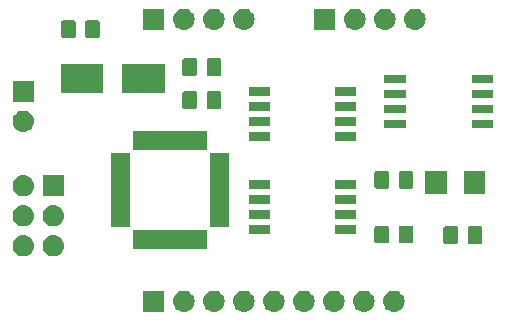
<source format=gts>
G04 #@! TF.GenerationSoftware,KiCad,Pcbnew,(5.1.4)-1*
G04 #@! TF.CreationDate,2019-09-21T23:44:47+03:00*
G04 #@! TF.ProjectId,Project_3_BACEE,50726f6a-6563-4745-9f33-5f4241434545,v1.0*
G04 #@! TF.SameCoordinates,Original*
G04 #@! TF.FileFunction,Soldermask,Top*
G04 #@! TF.FilePolarity,Negative*
%FSLAX46Y46*%
G04 Gerber Fmt 4.6, Leading zero omitted, Abs format (unit mm)*
G04 Created by KiCad (PCBNEW (5.1.4)-1) date 2019-09-21 23:44:47*
%MOMM*%
%LPD*%
G04 APERTURE LIST*
%ADD10C,0.100000*%
G04 APERTURE END LIST*
D10*
G36*
X144382442Y-110865518D02*
G01*
X144448627Y-110872037D01*
X144618466Y-110923557D01*
X144774991Y-111007222D01*
X144810729Y-111036552D01*
X144912186Y-111119814D01*
X144995448Y-111221271D01*
X145024778Y-111257009D01*
X145108443Y-111413534D01*
X145159963Y-111583373D01*
X145177359Y-111760000D01*
X145159963Y-111936627D01*
X145108443Y-112106466D01*
X145024778Y-112262991D01*
X144995448Y-112298729D01*
X144912186Y-112400186D01*
X144810729Y-112483448D01*
X144774991Y-112512778D01*
X144618466Y-112596443D01*
X144448627Y-112647963D01*
X144382442Y-112654482D01*
X144316260Y-112661000D01*
X144227740Y-112661000D01*
X144161558Y-112654482D01*
X144095373Y-112647963D01*
X143925534Y-112596443D01*
X143769009Y-112512778D01*
X143733271Y-112483448D01*
X143631814Y-112400186D01*
X143548552Y-112298729D01*
X143519222Y-112262991D01*
X143435557Y-112106466D01*
X143384037Y-111936627D01*
X143366641Y-111760000D01*
X143384037Y-111583373D01*
X143435557Y-111413534D01*
X143519222Y-111257009D01*
X143548552Y-111221271D01*
X143631814Y-111119814D01*
X143733271Y-111036552D01*
X143769009Y-111007222D01*
X143925534Y-110923557D01*
X144095373Y-110872037D01*
X144161558Y-110865518D01*
X144227740Y-110859000D01*
X144316260Y-110859000D01*
X144382442Y-110865518D01*
X144382442Y-110865518D01*
G37*
G36*
X141842442Y-110865518D02*
G01*
X141908627Y-110872037D01*
X142078466Y-110923557D01*
X142234991Y-111007222D01*
X142270729Y-111036552D01*
X142372186Y-111119814D01*
X142455448Y-111221271D01*
X142484778Y-111257009D01*
X142568443Y-111413534D01*
X142619963Y-111583373D01*
X142637359Y-111760000D01*
X142619963Y-111936627D01*
X142568443Y-112106466D01*
X142484778Y-112262991D01*
X142455448Y-112298729D01*
X142372186Y-112400186D01*
X142270729Y-112483448D01*
X142234991Y-112512778D01*
X142078466Y-112596443D01*
X141908627Y-112647963D01*
X141842442Y-112654482D01*
X141776260Y-112661000D01*
X141687740Y-112661000D01*
X141621558Y-112654482D01*
X141555373Y-112647963D01*
X141385534Y-112596443D01*
X141229009Y-112512778D01*
X141193271Y-112483448D01*
X141091814Y-112400186D01*
X141008552Y-112298729D01*
X140979222Y-112262991D01*
X140895557Y-112106466D01*
X140844037Y-111936627D01*
X140826641Y-111760000D01*
X140844037Y-111583373D01*
X140895557Y-111413534D01*
X140979222Y-111257009D01*
X141008552Y-111221271D01*
X141091814Y-111119814D01*
X141193271Y-111036552D01*
X141229009Y-111007222D01*
X141385534Y-110923557D01*
X141555373Y-110872037D01*
X141621558Y-110865518D01*
X141687740Y-110859000D01*
X141776260Y-110859000D01*
X141842442Y-110865518D01*
X141842442Y-110865518D01*
G37*
G36*
X124853000Y-112661000D02*
G01*
X123051000Y-112661000D01*
X123051000Y-110859000D01*
X124853000Y-110859000D01*
X124853000Y-112661000D01*
X124853000Y-112661000D01*
G37*
G36*
X126602442Y-110865518D02*
G01*
X126668627Y-110872037D01*
X126838466Y-110923557D01*
X126994991Y-111007222D01*
X127030729Y-111036552D01*
X127132186Y-111119814D01*
X127215448Y-111221271D01*
X127244778Y-111257009D01*
X127328443Y-111413534D01*
X127379963Y-111583373D01*
X127397359Y-111760000D01*
X127379963Y-111936627D01*
X127328443Y-112106466D01*
X127244778Y-112262991D01*
X127215448Y-112298729D01*
X127132186Y-112400186D01*
X127030729Y-112483448D01*
X126994991Y-112512778D01*
X126838466Y-112596443D01*
X126668627Y-112647963D01*
X126602442Y-112654482D01*
X126536260Y-112661000D01*
X126447740Y-112661000D01*
X126381558Y-112654482D01*
X126315373Y-112647963D01*
X126145534Y-112596443D01*
X125989009Y-112512778D01*
X125953271Y-112483448D01*
X125851814Y-112400186D01*
X125768552Y-112298729D01*
X125739222Y-112262991D01*
X125655557Y-112106466D01*
X125604037Y-111936627D01*
X125586641Y-111760000D01*
X125604037Y-111583373D01*
X125655557Y-111413534D01*
X125739222Y-111257009D01*
X125768552Y-111221271D01*
X125851814Y-111119814D01*
X125953271Y-111036552D01*
X125989009Y-111007222D01*
X126145534Y-110923557D01*
X126315373Y-110872037D01*
X126381558Y-110865518D01*
X126447740Y-110859000D01*
X126536260Y-110859000D01*
X126602442Y-110865518D01*
X126602442Y-110865518D01*
G37*
G36*
X129142442Y-110865518D02*
G01*
X129208627Y-110872037D01*
X129378466Y-110923557D01*
X129534991Y-111007222D01*
X129570729Y-111036552D01*
X129672186Y-111119814D01*
X129755448Y-111221271D01*
X129784778Y-111257009D01*
X129868443Y-111413534D01*
X129919963Y-111583373D01*
X129937359Y-111760000D01*
X129919963Y-111936627D01*
X129868443Y-112106466D01*
X129784778Y-112262991D01*
X129755448Y-112298729D01*
X129672186Y-112400186D01*
X129570729Y-112483448D01*
X129534991Y-112512778D01*
X129378466Y-112596443D01*
X129208627Y-112647963D01*
X129142442Y-112654482D01*
X129076260Y-112661000D01*
X128987740Y-112661000D01*
X128921558Y-112654482D01*
X128855373Y-112647963D01*
X128685534Y-112596443D01*
X128529009Y-112512778D01*
X128493271Y-112483448D01*
X128391814Y-112400186D01*
X128308552Y-112298729D01*
X128279222Y-112262991D01*
X128195557Y-112106466D01*
X128144037Y-111936627D01*
X128126641Y-111760000D01*
X128144037Y-111583373D01*
X128195557Y-111413534D01*
X128279222Y-111257009D01*
X128308552Y-111221271D01*
X128391814Y-111119814D01*
X128493271Y-111036552D01*
X128529009Y-111007222D01*
X128685534Y-110923557D01*
X128855373Y-110872037D01*
X128921558Y-110865518D01*
X128987740Y-110859000D01*
X129076260Y-110859000D01*
X129142442Y-110865518D01*
X129142442Y-110865518D01*
G37*
G36*
X134222442Y-110865518D02*
G01*
X134288627Y-110872037D01*
X134458466Y-110923557D01*
X134614991Y-111007222D01*
X134650729Y-111036552D01*
X134752186Y-111119814D01*
X134835448Y-111221271D01*
X134864778Y-111257009D01*
X134948443Y-111413534D01*
X134999963Y-111583373D01*
X135017359Y-111760000D01*
X134999963Y-111936627D01*
X134948443Y-112106466D01*
X134864778Y-112262991D01*
X134835448Y-112298729D01*
X134752186Y-112400186D01*
X134650729Y-112483448D01*
X134614991Y-112512778D01*
X134458466Y-112596443D01*
X134288627Y-112647963D01*
X134222442Y-112654482D01*
X134156260Y-112661000D01*
X134067740Y-112661000D01*
X134001558Y-112654482D01*
X133935373Y-112647963D01*
X133765534Y-112596443D01*
X133609009Y-112512778D01*
X133573271Y-112483448D01*
X133471814Y-112400186D01*
X133388552Y-112298729D01*
X133359222Y-112262991D01*
X133275557Y-112106466D01*
X133224037Y-111936627D01*
X133206641Y-111760000D01*
X133224037Y-111583373D01*
X133275557Y-111413534D01*
X133359222Y-111257009D01*
X133388552Y-111221271D01*
X133471814Y-111119814D01*
X133573271Y-111036552D01*
X133609009Y-111007222D01*
X133765534Y-110923557D01*
X133935373Y-110872037D01*
X134001558Y-110865518D01*
X134067740Y-110859000D01*
X134156260Y-110859000D01*
X134222442Y-110865518D01*
X134222442Y-110865518D01*
G37*
G36*
X136762442Y-110865518D02*
G01*
X136828627Y-110872037D01*
X136998466Y-110923557D01*
X137154991Y-111007222D01*
X137190729Y-111036552D01*
X137292186Y-111119814D01*
X137375448Y-111221271D01*
X137404778Y-111257009D01*
X137488443Y-111413534D01*
X137539963Y-111583373D01*
X137557359Y-111760000D01*
X137539963Y-111936627D01*
X137488443Y-112106466D01*
X137404778Y-112262991D01*
X137375448Y-112298729D01*
X137292186Y-112400186D01*
X137190729Y-112483448D01*
X137154991Y-112512778D01*
X136998466Y-112596443D01*
X136828627Y-112647963D01*
X136762442Y-112654482D01*
X136696260Y-112661000D01*
X136607740Y-112661000D01*
X136541558Y-112654482D01*
X136475373Y-112647963D01*
X136305534Y-112596443D01*
X136149009Y-112512778D01*
X136113271Y-112483448D01*
X136011814Y-112400186D01*
X135928552Y-112298729D01*
X135899222Y-112262991D01*
X135815557Y-112106466D01*
X135764037Y-111936627D01*
X135746641Y-111760000D01*
X135764037Y-111583373D01*
X135815557Y-111413534D01*
X135899222Y-111257009D01*
X135928552Y-111221271D01*
X136011814Y-111119814D01*
X136113271Y-111036552D01*
X136149009Y-111007222D01*
X136305534Y-110923557D01*
X136475373Y-110872037D01*
X136541558Y-110865518D01*
X136607740Y-110859000D01*
X136696260Y-110859000D01*
X136762442Y-110865518D01*
X136762442Y-110865518D01*
G37*
G36*
X139302442Y-110865518D02*
G01*
X139368627Y-110872037D01*
X139538466Y-110923557D01*
X139694991Y-111007222D01*
X139730729Y-111036552D01*
X139832186Y-111119814D01*
X139915448Y-111221271D01*
X139944778Y-111257009D01*
X140028443Y-111413534D01*
X140079963Y-111583373D01*
X140097359Y-111760000D01*
X140079963Y-111936627D01*
X140028443Y-112106466D01*
X139944778Y-112262991D01*
X139915448Y-112298729D01*
X139832186Y-112400186D01*
X139730729Y-112483448D01*
X139694991Y-112512778D01*
X139538466Y-112596443D01*
X139368627Y-112647963D01*
X139302442Y-112654482D01*
X139236260Y-112661000D01*
X139147740Y-112661000D01*
X139081558Y-112654482D01*
X139015373Y-112647963D01*
X138845534Y-112596443D01*
X138689009Y-112512778D01*
X138653271Y-112483448D01*
X138551814Y-112400186D01*
X138468552Y-112298729D01*
X138439222Y-112262991D01*
X138355557Y-112106466D01*
X138304037Y-111936627D01*
X138286641Y-111760000D01*
X138304037Y-111583373D01*
X138355557Y-111413534D01*
X138439222Y-111257009D01*
X138468552Y-111221271D01*
X138551814Y-111119814D01*
X138653271Y-111036552D01*
X138689009Y-111007222D01*
X138845534Y-110923557D01*
X139015373Y-110872037D01*
X139081558Y-110865518D01*
X139147740Y-110859000D01*
X139236260Y-110859000D01*
X139302442Y-110865518D01*
X139302442Y-110865518D01*
G37*
G36*
X131682442Y-110865518D02*
G01*
X131748627Y-110872037D01*
X131918466Y-110923557D01*
X132074991Y-111007222D01*
X132110729Y-111036552D01*
X132212186Y-111119814D01*
X132295448Y-111221271D01*
X132324778Y-111257009D01*
X132408443Y-111413534D01*
X132459963Y-111583373D01*
X132477359Y-111760000D01*
X132459963Y-111936627D01*
X132408443Y-112106466D01*
X132324778Y-112262991D01*
X132295448Y-112298729D01*
X132212186Y-112400186D01*
X132110729Y-112483448D01*
X132074991Y-112512778D01*
X131918466Y-112596443D01*
X131748627Y-112647963D01*
X131682442Y-112654482D01*
X131616260Y-112661000D01*
X131527740Y-112661000D01*
X131461558Y-112654482D01*
X131395373Y-112647963D01*
X131225534Y-112596443D01*
X131069009Y-112512778D01*
X131033271Y-112483448D01*
X130931814Y-112400186D01*
X130848552Y-112298729D01*
X130819222Y-112262991D01*
X130735557Y-112106466D01*
X130684037Y-111936627D01*
X130666641Y-111760000D01*
X130684037Y-111583373D01*
X130735557Y-111413534D01*
X130819222Y-111257009D01*
X130848552Y-111221271D01*
X130931814Y-111119814D01*
X131033271Y-111036552D01*
X131069009Y-111007222D01*
X131225534Y-110923557D01*
X131395373Y-110872037D01*
X131461558Y-110865518D01*
X131527740Y-110859000D01*
X131616260Y-110859000D01*
X131682442Y-110865518D01*
X131682442Y-110865518D01*
G37*
G36*
X115553442Y-106166518D02*
G01*
X115619627Y-106173037D01*
X115789466Y-106224557D01*
X115945991Y-106308222D01*
X115981729Y-106337552D01*
X116083186Y-106420814D01*
X116166448Y-106522271D01*
X116195778Y-106558009D01*
X116279443Y-106714534D01*
X116330963Y-106884373D01*
X116348359Y-107061000D01*
X116330963Y-107237627D01*
X116279443Y-107407466D01*
X116195778Y-107563991D01*
X116166448Y-107599729D01*
X116083186Y-107701186D01*
X115981729Y-107784448D01*
X115945991Y-107813778D01*
X115789466Y-107897443D01*
X115619627Y-107948963D01*
X115553443Y-107955481D01*
X115487260Y-107962000D01*
X115398740Y-107962000D01*
X115332557Y-107955481D01*
X115266373Y-107948963D01*
X115096534Y-107897443D01*
X114940009Y-107813778D01*
X114904271Y-107784448D01*
X114802814Y-107701186D01*
X114719552Y-107599729D01*
X114690222Y-107563991D01*
X114606557Y-107407466D01*
X114555037Y-107237627D01*
X114537641Y-107061000D01*
X114555037Y-106884373D01*
X114606557Y-106714534D01*
X114690222Y-106558009D01*
X114719552Y-106522271D01*
X114802814Y-106420814D01*
X114904271Y-106337552D01*
X114940009Y-106308222D01*
X115096534Y-106224557D01*
X115266373Y-106173037D01*
X115332558Y-106166518D01*
X115398740Y-106160000D01*
X115487260Y-106160000D01*
X115553442Y-106166518D01*
X115553442Y-106166518D01*
G37*
G36*
X113013442Y-106166518D02*
G01*
X113079627Y-106173037D01*
X113249466Y-106224557D01*
X113405991Y-106308222D01*
X113441729Y-106337552D01*
X113543186Y-106420814D01*
X113626448Y-106522271D01*
X113655778Y-106558009D01*
X113739443Y-106714534D01*
X113790963Y-106884373D01*
X113808359Y-107061000D01*
X113790963Y-107237627D01*
X113739443Y-107407466D01*
X113655778Y-107563991D01*
X113626448Y-107599729D01*
X113543186Y-107701186D01*
X113441729Y-107784448D01*
X113405991Y-107813778D01*
X113249466Y-107897443D01*
X113079627Y-107948963D01*
X113013443Y-107955481D01*
X112947260Y-107962000D01*
X112858740Y-107962000D01*
X112792557Y-107955481D01*
X112726373Y-107948963D01*
X112556534Y-107897443D01*
X112400009Y-107813778D01*
X112364271Y-107784448D01*
X112262814Y-107701186D01*
X112179552Y-107599729D01*
X112150222Y-107563991D01*
X112066557Y-107407466D01*
X112015037Y-107237627D01*
X111997641Y-107061000D01*
X112015037Y-106884373D01*
X112066557Y-106714534D01*
X112150222Y-106558009D01*
X112179552Y-106522271D01*
X112262814Y-106420814D01*
X112364271Y-106337552D01*
X112400009Y-106308222D01*
X112556534Y-106224557D01*
X112726373Y-106173037D01*
X112792558Y-106166518D01*
X112858740Y-106160000D01*
X112947260Y-106160000D01*
X113013442Y-106166518D01*
X113013442Y-106166518D01*
G37*
G36*
X128475000Y-107363000D02*
G01*
X122223000Y-107363000D01*
X122223000Y-105761000D01*
X128475000Y-105761000D01*
X128475000Y-107363000D01*
X128475000Y-107363000D01*
G37*
G36*
X151602674Y-105425465D02*
G01*
X151640367Y-105436899D01*
X151675103Y-105455466D01*
X151705548Y-105480452D01*
X151730534Y-105510897D01*
X151749101Y-105545633D01*
X151760535Y-105583326D01*
X151765000Y-105628661D01*
X151765000Y-106715339D01*
X151760535Y-106760674D01*
X151749101Y-106798367D01*
X151730534Y-106833103D01*
X151705548Y-106863548D01*
X151675103Y-106888534D01*
X151640367Y-106907101D01*
X151602674Y-106918535D01*
X151557339Y-106923000D01*
X150720661Y-106923000D01*
X150675326Y-106918535D01*
X150637633Y-106907101D01*
X150602897Y-106888534D01*
X150572452Y-106863548D01*
X150547466Y-106833103D01*
X150528899Y-106798367D01*
X150517465Y-106760674D01*
X150513000Y-106715339D01*
X150513000Y-105628661D01*
X150517465Y-105583326D01*
X150528899Y-105545633D01*
X150547466Y-105510897D01*
X150572452Y-105480452D01*
X150602897Y-105455466D01*
X150637633Y-105436899D01*
X150675326Y-105425465D01*
X150720661Y-105421000D01*
X151557339Y-105421000D01*
X151602674Y-105425465D01*
X151602674Y-105425465D01*
G37*
G36*
X149552674Y-105425465D02*
G01*
X149590367Y-105436899D01*
X149625103Y-105455466D01*
X149655548Y-105480452D01*
X149680534Y-105510897D01*
X149699101Y-105545633D01*
X149710535Y-105583326D01*
X149715000Y-105628661D01*
X149715000Y-106715339D01*
X149710535Y-106760674D01*
X149699101Y-106798367D01*
X149680534Y-106833103D01*
X149655548Y-106863548D01*
X149625103Y-106888534D01*
X149590367Y-106907101D01*
X149552674Y-106918535D01*
X149507339Y-106923000D01*
X148670661Y-106923000D01*
X148625326Y-106918535D01*
X148587633Y-106907101D01*
X148552897Y-106888534D01*
X148522452Y-106863548D01*
X148497466Y-106833103D01*
X148478899Y-106798367D01*
X148467465Y-106760674D01*
X148463000Y-106715339D01*
X148463000Y-105628661D01*
X148467465Y-105583326D01*
X148478899Y-105545633D01*
X148497466Y-105510897D01*
X148522452Y-105480452D01*
X148552897Y-105455466D01*
X148587633Y-105436899D01*
X148625326Y-105425465D01*
X148670661Y-105421000D01*
X149507339Y-105421000D01*
X149552674Y-105425465D01*
X149552674Y-105425465D01*
G37*
G36*
X143710674Y-105380465D02*
G01*
X143748367Y-105391899D01*
X143783103Y-105410466D01*
X143813548Y-105435452D01*
X143838534Y-105465897D01*
X143857101Y-105500633D01*
X143868535Y-105538326D01*
X143873000Y-105583661D01*
X143873000Y-106670339D01*
X143868535Y-106715674D01*
X143857101Y-106753367D01*
X143838534Y-106788103D01*
X143813548Y-106818548D01*
X143783103Y-106843534D01*
X143748367Y-106862101D01*
X143710674Y-106873535D01*
X143665339Y-106878000D01*
X142828661Y-106878000D01*
X142783326Y-106873535D01*
X142745633Y-106862101D01*
X142710897Y-106843534D01*
X142680452Y-106818548D01*
X142655466Y-106788103D01*
X142636899Y-106753367D01*
X142625465Y-106715674D01*
X142621000Y-106670339D01*
X142621000Y-105583661D01*
X142625465Y-105538326D01*
X142636899Y-105500633D01*
X142655466Y-105465897D01*
X142680452Y-105435452D01*
X142710897Y-105410466D01*
X142745633Y-105391899D01*
X142783326Y-105380465D01*
X142828661Y-105376000D01*
X143665339Y-105376000D01*
X143710674Y-105380465D01*
X143710674Y-105380465D01*
G37*
G36*
X145760674Y-105380465D02*
G01*
X145798367Y-105391899D01*
X145833103Y-105410466D01*
X145863548Y-105435452D01*
X145888534Y-105465897D01*
X145907101Y-105500633D01*
X145918535Y-105538326D01*
X145923000Y-105583661D01*
X145923000Y-106670339D01*
X145918535Y-106715674D01*
X145907101Y-106753367D01*
X145888534Y-106788103D01*
X145863548Y-106818548D01*
X145833103Y-106843534D01*
X145798367Y-106862101D01*
X145760674Y-106873535D01*
X145715339Y-106878000D01*
X144878661Y-106878000D01*
X144833326Y-106873535D01*
X144795633Y-106862101D01*
X144760897Y-106843534D01*
X144730452Y-106818548D01*
X144705466Y-106788103D01*
X144686899Y-106753367D01*
X144675465Y-106715674D01*
X144671000Y-106670339D01*
X144671000Y-105583661D01*
X144675465Y-105538326D01*
X144686899Y-105500633D01*
X144705466Y-105465897D01*
X144730452Y-105435452D01*
X144760897Y-105410466D01*
X144795633Y-105391899D01*
X144833326Y-105380465D01*
X144878661Y-105376000D01*
X145715339Y-105376000D01*
X145760674Y-105380465D01*
X145760674Y-105380465D01*
G37*
G36*
X133776000Y-106040000D02*
G01*
X131974000Y-106040000D01*
X131974000Y-105288000D01*
X133776000Y-105288000D01*
X133776000Y-106040000D01*
X133776000Y-106040000D01*
G37*
G36*
X141076000Y-106040000D02*
G01*
X139274000Y-106040000D01*
X139274000Y-105288000D01*
X141076000Y-105288000D01*
X141076000Y-106040000D01*
X141076000Y-106040000D01*
G37*
G36*
X121950000Y-105488000D02*
G01*
X120348000Y-105488000D01*
X120348000Y-99236000D01*
X121950000Y-99236000D01*
X121950000Y-105488000D01*
X121950000Y-105488000D01*
G37*
G36*
X130350000Y-105488000D02*
G01*
X128748000Y-105488000D01*
X128748000Y-99236000D01*
X130350000Y-99236000D01*
X130350000Y-105488000D01*
X130350000Y-105488000D01*
G37*
G36*
X115553442Y-103626518D02*
G01*
X115619627Y-103633037D01*
X115789466Y-103684557D01*
X115945991Y-103768222D01*
X115981729Y-103797552D01*
X116083186Y-103880814D01*
X116166448Y-103982271D01*
X116195778Y-104018009D01*
X116279443Y-104174534D01*
X116330963Y-104344373D01*
X116348359Y-104521000D01*
X116330963Y-104697627D01*
X116279443Y-104867466D01*
X116195778Y-105023991D01*
X116166448Y-105059729D01*
X116083186Y-105161186D01*
X115981729Y-105244448D01*
X115945991Y-105273778D01*
X115789466Y-105357443D01*
X115619627Y-105408963D01*
X115553442Y-105415482D01*
X115487260Y-105422000D01*
X115398740Y-105422000D01*
X115332558Y-105415482D01*
X115266373Y-105408963D01*
X115096534Y-105357443D01*
X114940009Y-105273778D01*
X114904271Y-105244448D01*
X114802814Y-105161186D01*
X114719552Y-105059729D01*
X114690222Y-105023991D01*
X114606557Y-104867466D01*
X114555037Y-104697627D01*
X114537641Y-104521000D01*
X114555037Y-104344373D01*
X114606557Y-104174534D01*
X114690222Y-104018009D01*
X114719552Y-103982271D01*
X114802814Y-103880814D01*
X114904271Y-103797552D01*
X114940009Y-103768222D01*
X115096534Y-103684557D01*
X115266373Y-103633037D01*
X115332558Y-103626518D01*
X115398740Y-103620000D01*
X115487260Y-103620000D01*
X115553442Y-103626518D01*
X115553442Y-103626518D01*
G37*
G36*
X113013442Y-103626518D02*
G01*
X113079627Y-103633037D01*
X113249466Y-103684557D01*
X113405991Y-103768222D01*
X113441729Y-103797552D01*
X113543186Y-103880814D01*
X113626448Y-103982271D01*
X113655778Y-104018009D01*
X113739443Y-104174534D01*
X113790963Y-104344373D01*
X113808359Y-104521000D01*
X113790963Y-104697627D01*
X113739443Y-104867466D01*
X113655778Y-105023991D01*
X113626448Y-105059729D01*
X113543186Y-105161186D01*
X113441729Y-105244448D01*
X113405991Y-105273778D01*
X113249466Y-105357443D01*
X113079627Y-105408963D01*
X113013442Y-105415482D01*
X112947260Y-105422000D01*
X112858740Y-105422000D01*
X112792558Y-105415482D01*
X112726373Y-105408963D01*
X112556534Y-105357443D01*
X112400009Y-105273778D01*
X112364271Y-105244448D01*
X112262814Y-105161186D01*
X112179552Y-105059729D01*
X112150222Y-105023991D01*
X112066557Y-104867466D01*
X112015037Y-104697627D01*
X111997641Y-104521000D01*
X112015037Y-104344373D01*
X112066557Y-104174534D01*
X112150222Y-104018009D01*
X112179552Y-103982271D01*
X112262814Y-103880814D01*
X112364271Y-103797552D01*
X112400009Y-103768222D01*
X112556534Y-103684557D01*
X112726373Y-103633037D01*
X112792558Y-103626518D01*
X112858740Y-103620000D01*
X112947260Y-103620000D01*
X113013442Y-103626518D01*
X113013442Y-103626518D01*
G37*
G36*
X141076000Y-104770000D02*
G01*
X139274000Y-104770000D01*
X139274000Y-104018000D01*
X141076000Y-104018000D01*
X141076000Y-104770000D01*
X141076000Y-104770000D01*
G37*
G36*
X133776000Y-104770000D02*
G01*
X131974000Y-104770000D01*
X131974000Y-104018000D01*
X133776000Y-104018000D01*
X133776000Y-104770000D01*
X133776000Y-104770000D01*
G37*
G36*
X133776000Y-103500000D02*
G01*
X131974000Y-103500000D01*
X131974000Y-102748000D01*
X133776000Y-102748000D01*
X133776000Y-103500000D01*
X133776000Y-103500000D01*
G37*
G36*
X141076000Y-103500000D02*
G01*
X139274000Y-103500000D01*
X139274000Y-102748000D01*
X141076000Y-102748000D01*
X141076000Y-103500000D01*
X141076000Y-103500000D01*
G37*
G36*
X116344000Y-102882000D02*
G01*
X114542000Y-102882000D01*
X114542000Y-101080000D01*
X116344000Y-101080000D01*
X116344000Y-102882000D01*
X116344000Y-102882000D01*
G37*
G36*
X113013443Y-101086519D02*
G01*
X113079627Y-101093037D01*
X113249466Y-101144557D01*
X113405991Y-101228222D01*
X113441729Y-101257552D01*
X113543186Y-101340814D01*
X113626448Y-101442271D01*
X113655778Y-101478009D01*
X113739443Y-101634534D01*
X113790963Y-101804373D01*
X113808359Y-101981000D01*
X113790963Y-102157627D01*
X113739443Y-102327466D01*
X113655778Y-102483991D01*
X113626448Y-102519729D01*
X113543186Y-102621186D01*
X113441729Y-102704448D01*
X113405991Y-102733778D01*
X113249466Y-102817443D01*
X113079627Y-102868963D01*
X113013443Y-102875481D01*
X112947260Y-102882000D01*
X112858740Y-102882000D01*
X112792557Y-102875481D01*
X112726373Y-102868963D01*
X112556534Y-102817443D01*
X112400009Y-102733778D01*
X112364271Y-102704448D01*
X112262814Y-102621186D01*
X112179552Y-102519729D01*
X112150222Y-102483991D01*
X112066557Y-102327466D01*
X112015037Y-102157627D01*
X111997641Y-101981000D01*
X112015037Y-101804373D01*
X112066557Y-101634534D01*
X112150222Y-101478009D01*
X112179552Y-101442271D01*
X112262814Y-101340814D01*
X112364271Y-101257552D01*
X112400009Y-101228222D01*
X112556534Y-101144557D01*
X112726373Y-101093037D01*
X112792557Y-101086519D01*
X112858740Y-101080000D01*
X112947260Y-101080000D01*
X113013443Y-101086519D01*
X113013443Y-101086519D01*
G37*
G36*
X152030000Y-102678000D02*
G01*
X150178000Y-102678000D01*
X150178000Y-100776000D01*
X152030000Y-100776000D01*
X152030000Y-102678000D01*
X152030000Y-102678000D01*
G37*
G36*
X148780000Y-102678000D02*
G01*
X146928000Y-102678000D01*
X146928000Y-100776000D01*
X148780000Y-100776000D01*
X148780000Y-102678000D01*
X148780000Y-102678000D01*
G37*
G36*
X133776000Y-102230000D02*
G01*
X131974000Y-102230000D01*
X131974000Y-101478000D01*
X133776000Y-101478000D01*
X133776000Y-102230000D01*
X133776000Y-102230000D01*
G37*
G36*
X141076000Y-102230000D02*
G01*
X139274000Y-102230000D01*
X139274000Y-101478000D01*
X141076000Y-101478000D01*
X141076000Y-102230000D01*
X141076000Y-102230000D01*
G37*
G36*
X143710674Y-100730465D02*
G01*
X143748367Y-100741899D01*
X143783103Y-100760466D01*
X143813548Y-100785452D01*
X143838534Y-100815897D01*
X143857101Y-100850633D01*
X143868535Y-100888326D01*
X143873000Y-100933661D01*
X143873000Y-102020339D01*
X143868535Y-102065674D01*
X143857101Y-102103367D01*
X143838534Y-102138103D01*
X143813548Y-102168548D01*
X143783103Y-102193534D01*
X143748367Y-102212101D01*
X143710674Y-102223535D01*
X143665339Y-102228000D01*
X142828661Y-102228000D01*
X142783326Y-102223535D01*
X142745633Y-102212101D01*
X142710897Y-102193534D01*
X142680452Y-102168548D01*
X142655466Y-102138103D01*
X142636899Y-102103367D01*
X142625465Y-102065674D01*
X142621000Y-102020339D01*
X142621000Y-100933661D01*
X142625465Y-100888326D01*
X142636899Y-100850633D01*
X142655466Y-100815897D01*
X142680452Y-100785452D01*
X142710897Y-100760466D01*
X142745633Y-100741899D01*
X142783326Y-100730465D01*
X142828661Y-100726000D01*
X143665339Y-100726000D01*
X143710674Y-100730465D01*
X143710674Y-100730465D01*
G37*
G36*
X145760674Y-100730465D02*
G01*
X145798367Y-100741899D01*
X145833103Y-100760466D01*
X145863548Y-100785452D01*
X145888534Y-100815897D01*
X145907101Y-100850633D01*
X145918535Y-100888326D01*
X145923000Y-100933661D01*
X145923000Y-102020339D01*
X145918535Y-102065674D01*
X145907101Y-102103367D01*
X145888534Y-102138103D01*
X145863548Y-102168548D01*
X145833103Y-102193534D01*
X145798367Y-102212101D01*
X145760674Y-102223535D01*
X145715339Y-102228000D01*
X144878661Y-102228000D01*
X144833326Y-102223535D01*
X144795633Y-102212101D01*
X144760897Y-102193534D01*
X144730452Y-102168548D01*
X144705466Y-102138103D01*
X144686899Y-102103367D01*
X144675465Y-102065674D01*
X144671000Y-102020339D01*
X144671000Y-100933661D01*
X144675465Y-100888326D01*
X144686899Y-100850633D01*
X144705466Y-100815897D01*
X144730452Y-100785452D01*
X144760897Y-100760466D01*
X144795633Y-100741899D01*
X144833326Y-100730465D01*
X144878661Y-100726000D01*
X145715339Y-100726000D01*
X145760674Y-100730465D01*
X145760674Y-100730465D01*
G37*
G36*
X128475000Y-98963000D02*
G01*
X122223000Y-98963000D01*
X122223000Y-97361000D01*
X128475000Y-97361000D01*
X128475000Y-98963000D01*
X128475000Y-98963000D01*
G37*
G36*
X133776000Y-98166000D02*
G01*
X131974000Y-98166000D01*
X131974000Y-97414000D01*
X133776000Y-97414000D01*
X133776000Y-98166000D01*
X133776000Y-98166000D01*
G37*
G36*
X141076000Y-98166000D02*
G01*
X139274000Y-98166000D01*
X139274000Y-97414000D01*
X141076000Y-97414000D01*
X141076000Y-98166000D01*
X141076000Y-98166000D01*
G37*
G36*
X113013442Y-95625518D02*
G01*
X113079627Y-95632037D01*
X113249466Y-95683557D01*
X113405991Y-95767222D01*
X113441729Y-95796552D01*
X113543186Y-95879814D01*
X113626448Y-95981271D01*
X113655778Y-96017009D01*
X113739443Y-96173534D01*
X113790963Y-96343373D01*
X113808359Y-96520000D01*
X113790963Y-96696627D01*
X113739443Y-96866466D01*
X113655778Y-97022991D01*
X113626448Y-97058729D01*
X113543186Y-97160186D01*
X113441729Y-97243448D01*
X113405991Y-97272778D01*
X113249466Y-97356443D01*
X113079627Y-97407963D01*
X113018331Y-97414000D01*
X112947260Y-97421000D01*
X112858740Y-97421000D01*
X112787669Y-97414000D01*
X112726373Y-97407963D01*
X112556534Y-97356443D01*
X112400009Y-97272778D01*
X112364271Y-97243448D01*
X112262814Y-97160186D01*
X112179552Y-97058729D01*
X112150222Y-97022991D01*
X112066557Y-96866466D01*
X112015037Y-96696627D01*
X111997641Y-96520000D01*
X112015037Y-96343373D01*
X112066557Y-96173534D01*
X112150222Y-96017009D01*
X112179552Y-95981271D01*
X112262814Y-95879814D01*
X112364271Y-95796552D01*
X112400009Y-95767222D01*
X112556534Y-95683557D01*
X112726373Y-95632037D01*
X112792558Y-95625518D01*
X112858740Y-95619000D01*
X112947260Y-95619000D01*
X113013442Y-95625518D01*
X113013442Y-95625518D01*
G37*
G36*
X145308000Y-97100000D02*
G01*
X143456000Y-97100000D01*
X143456000Y-96448000D01*
X145308000Y-96448000D01*
X145308000Y-97100000D01*
X145308000Y-97100000D01*
G37*
G36*
X152708000Y-97100000D02*
G01*
X150856000Y-97100000D01*
X150856000Y-96448000D01*
X152708000Y-96448000D01*
X152708000Y-97100000D01*
X152708000Y-97100000D01*
G37*
G36*
X141076000Y-96896000D02*
G01*
X139274000Y-96896000D01*
X139274000Y-96144000D01*
X141076000Y-96144000D01*
X141076000Y-96896000D01*
X141076000Y-96896000D01*
G37*
G36*
X133776000Y-96896000D02*
G01*
X131974000Y-96896000D01*
X131974000Y-96144000D01*
X133776000Y-96144000D01*
X133776000Y-96896000D01*
X133776000Y-96896000D01*
G37*
G36*
X152708000Y-95830000D02*
G01*
X150856000Y-95830000D01*
X150856000Y-95178000D01*
X152708000Y-95178000D01*
X152708000Y-95830000D01*
X152708000Y-95830000D01*
G37*
G36*
X145308000Y-95830000D02*
G01*
X143456000Y-95830000D01*
X143456000Y-95178000D01*
X145308000Y-95178000D01*
X145308000Y-95830000D01*
X145308000Y-95830000D01*
G37*
G36*
X141076000Y-95626000D02*
G01*
X139274000Y-95626000D01*
X139274000Y-94874000D01*
X141076000Y-94874000D01*
X141076000Y-95626000D01*
X141076000Y-95626000D01*
G37*
G36*
X133776000Y-95626000D02*
G01*
X131974000Y-95626000D01*
X131974000Y-94874000D01*
X133776000Y-94874000D01*
X133776000Y-95626000D01*
X133776000Y-95626000D01*
G37*
G36*
X129504674Y-93995465D02*
G01*
X129542367Y-94006899D01*
X129577103Y-94025466D01*
X129607548Y-94050452D01*
X129632534Y-94080897D01*
X129651101Y-94115633D01*
X129662535Y-94153326D01*
X129667000Y-94198661D01*
X129667000Y-95285339D01*
X129662535Y-95330674D01*
X129651101Y-95368367D01*
X129632534Y-95403103D01*
X129607548Y-95433548D01*
X129577103Y-95458534D01*
X129542367Y-95477101D01*
X129504674Y-95488535D01*
X129459339Y-95493000D01*
X128622661Y-95493000D01*
X128577326Y-95488535D01*
X128539633Y-95477101D01*
X128504897Y-95458534D01*
X128474452Y-95433548D01*
X128449466Y-95403103D01*
X128430899Y-95368367D01*
X128419465Y-95330674D01*
X128415000Y-95285339D01*
X128415000Y-94198661D01*
X128419465Y-94153326D01*
X128430899Y-94115633D01*
X128449466Y-94080897D01*
X128474452Y-94050452D01*
X128504897Y-94025466D01*
X128539633Y-94006899D01*
X128577326Y-93995465D01*
X128622661Y-93991000D01*
X129459339Y-93991000D01*
X129504674Y-93995465D01*
X129504674Y-93995465D01*
G37*
G36*
X127454674Y-93995465D02*
G01*
X127492367Y-94006899D01*
X127527103Y-94025466D01*
X127557548Y-94050452D01*
X127582534Y-94080897D01*
X127601101Y-94115633D01*
X127612535Y-94153326D01*
X127617000Y-94198661D01*
X127617000Y-95285339D01*
X127612535Y-95330674D01*
X127601101Y-95368367D01*
X127582534Y-95403103D01*
X127557548Y-95433548D01*
X127527103Y-95458534D01*
X127492367Y-95477101D01*
X127454674Y-95488535D01*
X127409339Y-95493000D01*
X126572661Y-95493000D01*
X126527326Y-95488535D01*
X126489633Y-95477101D01*
X126454897Y-95458534D01*
X126424452Y-95433548D01*
X126399466Y-95403103D01*
X126380899Y-95368367D01*
X126369465Y-95330674D01*
X126365000Y-95285339D01*
X126365000Y-94198661D01*
X126369465Y-94153326D01*
X126380899Y-94115633D01*
X126399466Y-94080897D01*
X126424452Y-94050452D01*
X126454897Y-94025466D01*
X126489633Y-94006899D01*
X126527326Y-93995465D01*
X126572661Y-93991000D01*
X127409339Y-93991000D01*
X127454674Y-93995465D01*
X127454674Y-93995465D01*
G37*
G36*
X113804000Y-94881000D02*
G01*
X112002000Y-94881000D01*
X112002000Y-93079000D01*
X113804000Y-93079000D01*
X113804000Y-94881000D01*
X113804000Y-94881000D01*
G37*
G36*
X152708000Y-94560000D02*
G01*
X150856000Y-94560000D01*
X150856000Y-93908000D01*
X152708000Y-93908000D01*
X152708000Y-94560000D01*
X152708000Y-94560000D01*
G37*
G36*
X145308000Y-94560000D02*
G01*
X143456000Y-94560000D01*
X143456000Y-93908000D01*
X145308000Y-93908000D01*
X145308000Y-94560000D01*
X145308000Y-94560000D01*
G37*
G36*
X133776000Y-94356000D02*
G01*
X131974000Y-94356000D01*
X131974000Y-93604000D01*
X133776000Y-93604000D01*
X133776000Y-94356000D01*
X133776000Y-94356000D01*
G37*
G36*
X141076000Y-94356000D02*
G01*
X139274000Y-94356000D01*
X139274000Y-93604000D01*
X141076000Y-93604000D01*
X141076000Y-94356000D01*
X141076000Y-94356000D01*
G37*
G36*
X119680000Y-94149000D02*
G01*
X116078000Y-94149000D01*
X116078000Y-91647000D01*
X119680000Y-91647000D01*
X119680000Y-94149000D01*
X119680000Y-94149000D01*
G37*
G36*
X124880000Y-94149000D02*
G01*
X121278000Y-94149000D01*
X121278000Y-91647000D01*
X124880000Y-91647000D01*
X124880000Y-94149000D01*
X124880000Y-94149000D01*
G37*
G36*
X145308000Y-93290000D02*
G01*
X143456000Y-93290000D01*
X143456000Y-92638000D01*
X145308000Y-92638000D01*
X145308000Y-93290000D01*
X145308000Y-93290000D01*
G37*
G36*
X152708000Y-93290000D02*
G01*
X150856000Y-93290000D01*
X150856000Y-92638000D01*
X152708000Y-92638000D01*
X152708000Y-93290000D01*
X152708000Y-93290000D01*
G37*
G36*
X129504674Y-91201465D02*
G01*
X129542367Y-91212899D01*
X129577103Y-91231466D01*
X129607548Y-91256452D01*
X129632534Y-91286897D01*
X129651101Y-91321633D01*
X129662535Y-91359326D01*
X129667000Y-91404661D01*
X129667000Y-92491339D01*
X129662535Y-92536674D01*
X129651101Y-92574367D01*
X129632534Y-92609103D01*
X129607548Y-92639548D01*
X129577103Y-92664534D01*
X129542367Y-92683101D01*
X129504674Y-92694535D01*
X129459339Y-92699000D01*
X128622661Y-92699000D01*
X128577326Y-92694535D01*
X128539633Y-92683101D01*
X128504897Y-92664534D01*
X128474452Y-92639548D01*
X128449466Y-92609103D01*
X128430899Y-92574367D01*
X128419465Y-92536674D01*
X128415000Y-92491339D01*
X128415000Y-91404661D01*
X128419465Y-91359326D01*
X128430899Y-91321633D01*
X128449466Y-91286897D01*
X128474452Y-91256452D01*
X128504897Y-91231466D01*
X128539633Y-91212899D01*
X128577326Y-91201465D01*
X128622661Y-91197000D01*
X129459339Y-91197000D01*
X129504674Y-91201465D01*
X129504674Y-91201465D01*
G37*
G36*
X127454674Y-91201465D02*
G01*
X127492367Y-91212899D01*
X127527103Y-91231466D01*
X127557548Y-91256452D01*
X127582534Y-91286897D01*
X127601101Y-91321633D01*
X127612535Y-91359326D01*
X127617000Y-91404661D01*
X127617000Y-92491339D01*
X127612535Y-92536674D01*
X127601101Y-92574367D01*
X127582534Y-92609103D01*
X127557548Y-92639548D01*
X127527103Y-92664534D01*
X127492367Y-92683101D01*
X127454674Y-92694535D01*
X127409339Y-92699000D01*
X126572661Y-92699000D01*
X126527326Y-92694535D01*
X126489633Y-92683101D01*
X126454897Y-92664534D01*
X126424452Y-92639548D01*
X126399466Y-92609103D01*
X126380899Y-92574367D01*
X126369465Y-92536674D01*
X126365000Y-92491339D01*
X126365000Y-91404661D01*
X126369465Y-91359326D01*
X126380899Y-91321633D01*
X126399466Y-91286897D01*
X126424452Y-91256452D01*
X126454897Y-91231466D01*
X126489633Y-91212899D01*
X126527326Y-91201465D01*
X126572661Y-91197000D01*
X127409339Y-91197000D01*
X127454674Y-91201465D01*
X127454674Y-91201465D01*
G37*
G36*
X117167674Y-87987465D02*
G01*
X117205367Y-87998899D01*
X117240103Y-88017466D01*
X117270548Y-88042452D01*
X117295534Y-88072897D01*
X117314101Y-88107633D01*
X117325535Y-88145326D01*
X117330000Y-88190661D01*
X117330000Y-89277339D01*
X117325535Y-89322674D01*
X117314101Y-89360367D01*
X117295534Y-89395103D01*
X117270548Y-89425548D01*
X117240103Y-89450534D01*
X117205367Y-89469101D01*
X117167674Y-89480535D01*
X117122339Y-89485000D01*
X116285661Y-89485000D01*
X116240326Y-89480535D01*
X116202633Y-89469101D01*
X116167897Y-89450534D01*
X116137452Y-89425548D01*
X116112466Y-89395103D01*
X116093899Y-89360367D01*
X116082465Y-89322674D01*
X116078000Y-89277339D01*
X116078000Y-88190661D01*
X116082465Y-88145326D01*
X116093899Y-88107633D01*
X116112466Y-88072897D01*
X116137452Y-88042452D01*
X116167897Y-88017466D01*
X116202633Y-87998899D01*
X116240326Y-87987465D01*
X116285661Y-87983000D01*
X117122339Y-87983000D01*
X117167674Y-87987465D01*
X117167674Y-87987465D01*
G37*
G36*
X119217674Y-87987465D02*
G01*
X119255367Y-87998899D01*
X119290103Y-88017466D01*
X119320548Y-88042452D01*
X119345534Y-88072897D01*
X119364101Y-88107633D01*
X119375535Y-88145326D01*
X119380000Y-88190661D01*
X119380000Y-89277339D01*
X119375535Y-89322674D01*
X119364101Y-89360367D01*
X119345534Y-89395103D01*
X119320548Y-89425548D01*
X119290103Y-89450534D01*
X119255367Y-89469101D01*
X119217674Y-89480535D01*
X119172339Y-89485000D01*
X118335661Y-89485000D01*
X118290326Y-89480535D01*
X118252633Y-89469101D01*
X118217897Y-89450534D01*
X118187452Y-89425548D01*
X118162466Y-89395103D01*
X118143899Y-89360367D01*
X118132465Y-89322674D01*
X118128000Y-89277339D01*
X118128000Y-88190661D01*
X118132465Y-88145326D01*
X118143899Y-88107633D01*
X118162466Y-88072897D01*
X118187452Y-88042452D01*
X118217897Y-88017466D01*
X118252633Y-87998899D01*
X118290326Y-87987465D01*
X118335661Y-87983000D01*
X119172339Y-87983000D01*
X119217674Y-87987465D01*
X119217674Y-87987465D01*
G37*
G36*
X131682443Y-86989519D02*
G01*
X131748627Y-86996037D01*
X131918466Y-87047557D01*
X132074991Y-87131222D01*
X132110729Y-87160552D01*
X132212186Y-87243814D01*
X132295448Y-87345271D01*
X132324778Y-87381009D01*
X132408443Y-87537534D01*
X132459963Y-87707373D01*
X132477359Y-87884000D01*
X132459963Y-88060627D01*
X132408443Y-88230466D01*
X132324778Y-88386991D01*
X132295448Y-88422729D01*
X132212186Y-88524186D01*
X132110729Y-88607448D01*
X132074991Y-88636778D01*
X131918466Y-88720443D01*
X131748627Y-88771963D01*
X131682442Y-88778482D01*
X131616260Y-88785000D01*
X131527740Y-88785000D01*
X131461558Y-88778482D01*
X131395373Y-88771963D01*
X131225534Y-88720443D01*
X131069009Y-88636778D01*
X131033271Y-88607448D01*
X130931814Y-88524186D01*
X130848552Y-88422729D01*
X130819222Y-88386991D01*
X130735557Y-88230466D01*
X130684037Y-88060627D01*
X130666641Y-87884000D01*
X130684037Y-87707373D01*
X130735557Y-87537534D01*
X130819222Y-87381009D01*
X130848552Y-87345271D01*
X130931814Y-87243814D01*
X131033271Y-87160552D01*
X131069009Y-87131222D01*
X131225534Y-87047557D01*
X131395373Y-86996037D01*
X131461557Y-86989519D01*
X131527740Y-86983000D01*
X131616260Y-86983000D01*
X131682443Y-86989519D01*
X131682443Y-86989519D01*
G37*
G36*
X146160443Y-86989519D02*
G01*
X146226627Y-86996037D01*
X146396466Y-87047557D01*
X146552991Y-87131222D01*
X146588729Y-87160552D01*
X146690186Y-87243814D01*
X146773448Y-87345271D01*
X146802778Y-87381009D01*
X146886443Y-87537534D01*
X146937963Y-87707373D01*
X146955359Y-87884000D01*
X146937963Y-88060627D01*
X146886443Y-88230466D01*
X146802778Y-88386991D01*
X146773448Y-88422729D01*
X146690186Y-88524186D01*
X146588729Y-88607448D01*
X146552991Y-88636778D01*
X146396466Y-88720443D01*
X146226627Y-88771963D01*
X146160442Y-88778482D01*
X146094260Y-88785000D01*
X146005740Y-88785000D01*
X145939558Y-88778482D01*
X145873373Y-88771963D01*
X145703534Y-88720443D01*
X145547009Y-88636778D01*
X145511271Y-88607448D01*
X145409814Y-88524186D01*
X145326552Y-88422729D01*
X145297222Y-88386991D01*
X145213557Y-88230466D01*
X145162037Y-88060627D01*
X145144641Y-87884000D01*
X145162037Y-87707373D01*
X145213557Y-87537534D01*
X145297222Y-87381009D01*
X145326552Y-87345271D01*
X145409814Y-87243814D01*
X145511271Y-87160552D01*
X145547009Y-87131222D01*
X145703534Y-87047557D01*
X145873373Y-86996037D01*
X145939557Y-86989519D01*
X146005740Y-86983000D01*
X146094260Y-86983000D01*
X146160443Y-86989519D01*
X146160443Y-86989519D01*
G37*
G36*
X143620443Y-86989519D02*
G01*
X143686627Y-86996037D01*
X143856466Y-87047557D01*
X144012991Y-87131222D01*
X144048729Y-87160552D01*
X144150186Y-87243814D01*
X144233448Y-87345271D01*
X144262778Y-87381009D01*
X144346443Y-87537534D01*
X144397963Y-87707373D01*
X144415359Y-87884000D01*
X144397963Y-88060627D01*
X144346443Y-88230466D01*
X144262778Y-88386991D01*
X144233448Y-88422729D01*
X144150186Y-88524186D01*
X144048729Y-88607448D01*
X144012991Y-88636778D01*
X143856466Y-88720443D01*
X143686627Y-88771963D01*
X143620442Y-88778482D01*
X143554260Y-88785000D01*
X143465740Y-88785000D01*
X143399558Y-88778482D01*
X143333373Y-88771963D01*
X143163534Y-88720443D01*
X143007009Y-88636778D01*
X142971271Y-88607448D01*
X142869814Y-88524186D01*
X142786552Y-88422729D01*
X142757222Y-88386991D01*
X142673557Y-88230466D01*
X142622037Y-88060627D01*
X142604641Y-87884000D01*
X142622037Y-87707373D01*
X142673557Y-87537534D01*
X142757222Y-87381009D01*
X142786552Y-87345271D01*
X142869814Y-87243814D01*
X142971271Y-87160552D01*
X143007009Y-87131222D01*
X143163534Y-87047557D01*
X143333373Y-86996037D01*
X143399557Y-86989519D01*
X143465740Y-86983000D01*
X143554260Y-86983000D01*
X143620443Y-86989519D01*
X143620443Y-86989519D01*
G37*
G36*
X141080443Y-86989519D02*
G01*
X141146627Y-86996037D01*
X141316466Y-87047557D01*
X141472991Y-87131222D01*
X141508729Y-87160552D01*
X141610186Y-87243814D01*
X141693448Y-87345271D01*
X141722778Y-87381009D01*
X141806443Y-87537534D01*
X141857963Y-87707373D01*
X141875359Y-87884000D01*
X141857963Y-88060627D01*
X141806443Y-88230466D01*
X141722778Y-88386991D01*
X141693448Y-88422729D01*
X141610186Y-88524186D01*
X141508729Y-88607448D01*
X141472991Y-88636778D01*
X141316466Y-88720443D01*
X141146627Y-88771963D01*
X141080442Y-88778482D01*
X141014260Y-88785000D01*
X140925740Y-88785000D01*
X140859558Y-88778482D01*
X140793373Y-88771963D01*
X140623534Y-88720443D01*
X140467009Y-88636778D01*
X140431271Y-88607448D01*
X140329814Y-88524186D01*
X140246552Y-88422729D01*
X140217222Y-88386991D01*
X140133557Y-88230466D01*
X140082037Y-88060627D01*
X140064641Y-87884000D01*
X140082037Y-87707373D01*
X140133557Y-87537534D01*
X140217222Y-87381009D01*
X140246552Y-87345271D01*
X140329814Y-87243814D01*
X140431271Y-87160552D01*
X140467009Y-87131222D01*
X140623534Y-87047557D01*
X140793373Y-86996037D01*
X140859557Y-86989519D01*
X140925740Y-86983000D01*
X141014260Y-86983000D01*
X141080443Y-86989519D01*
X141080443Y-86989519D01*
G37*
G36*
X139331000Y-88785000D02*
G01*
X137529000Y-88785000D01*
X137529000Y-86983000D01*
X139331000Y-86983000D01*
X139331000Y-88785000D01*
X139331000Y-88785000D01*
G37*
G36*
X129142443Y-86989519D02*
G01*
X129208627Y-86996037D01*
X129378466Y-87047557D01*
X129534991Y-87131222D01*
X129570729Y-87160552D01*
X129672186Y-87243814D01*
X129755448Y-87345271D01*
X129784778Y-87381009D01*
X129868443Y-87537534D01*
X129919963Y-87707373D01*
X129937359Y-87884000D01*
X129919963Y-88060627D01*
X129868443Y-88230466D01*
X129784778Y-88386991D01*
X129755448Y-88422729D01*
X129672186Y-88524186D01*
X129570729Y-88607448D01*
X129534991Y-88636778D01*
X129378466Y-88720443D01*
X129208627Y-88771963D01*
X129142442Y-88778482D01*
X129076260Y-88785000D01*
X128987740Y-88785000D01*
X128921558Y-88778482D01*
X128855373Y-88771963D01*
X128685534Y-88720443D01*
X128529009Y-88636778D01*
X128493271Y-88607448D01*
X128391814Y-88524186D01*
X128308552Y-88422729D01*
X128279222Y-88386991D01*
X128195557Y-88230466D01*
X128144037Y-88060627D01*
X128126641Y-87884000D01*
X128144037Y-87707373D01*
X128195557Y-87537534D01*
X128279222Y-87381009D01*
X128308552Y-87345271D01*
X128391814Y-87243814D01*
X128493271Y-87160552D01*
X128529009Y-87131222D01*
X128685534Y-87047557D01*
X128855373Y-86996037D01*
X128921557Y-86989519D01*
X128987740Y-86983000D01*
X129076260Y-86983000D01*
X129142443Y-86989519D01*
X129142443Y-86989519D01*
G37*
G36*
X126602443Y-86989519D02*
G01*
X126668627Y-86996037D01*
X126838466Y-87047557D01*
X126994991Y-87131222D01*
X127030729Y-87160552D01*
X127132186Y-87243814D01*
X127215448Y-87345271D01*
X127244778Y-87381009D01*
X127328443Y-87537534D01*
X127379963Y-87707373D01*
X127397359Y-87884000D01*
X127379963Y-88060627D01*
X127328443Y-88230466D01*
X127244778Y-88386991D01*
X127215448Y-88422729D01*
X127132186Y-88524186D01*
X127030729Y-88607448D01*
X126994991Y-88636778D01*
X126838466Y-88720443D01*
X126668627Y-88771963D01*
X126602442Y-88778482D01*
X126536260Y-88785000D01*
X126447740Y-88785000D01*
X126381558Y-88778482D01*
X126315373Y-88771963D01*
X126145534Y-88720443D01*
X125989009Y-88636778D01*
X125953271Y-88607448D01*
X125851814Y-88524186D01*
X125768552Y-88422729D01*
X125739222Y-88386991D01*
X125655557Y-88230466D01*
X125604037Y-88060627D01*
X125586641Y-87884000D01*
X125604037Y-87707373D01*
X125655557Y-87537534D01*
X125739222Y-87381009D01*
X125768552Y-87345271D01*
X125851814Y-87243814D01*
X125953271Y-87160552D01*
X125989009Y-87131222D01*
X126145534Y-87047557D01*
X126315373Y-86996037D01*
X126381557Y-86989519D01*
X126447740Y-86983000D01*
X126536260Y-86983000D01*
X126602443Y-86989519D01*
X126602443Y-86989519D01*
G37*
G36*
X124853000Y-88785000D02*
G01*
X123051000Y-88785000D01*
X123051000Y-86983000D01*
X124853000Y-86983000D01*
X124853000Y-88785000D01*
X124853000Y-88785000D01*
G37*
M02*

</source>
